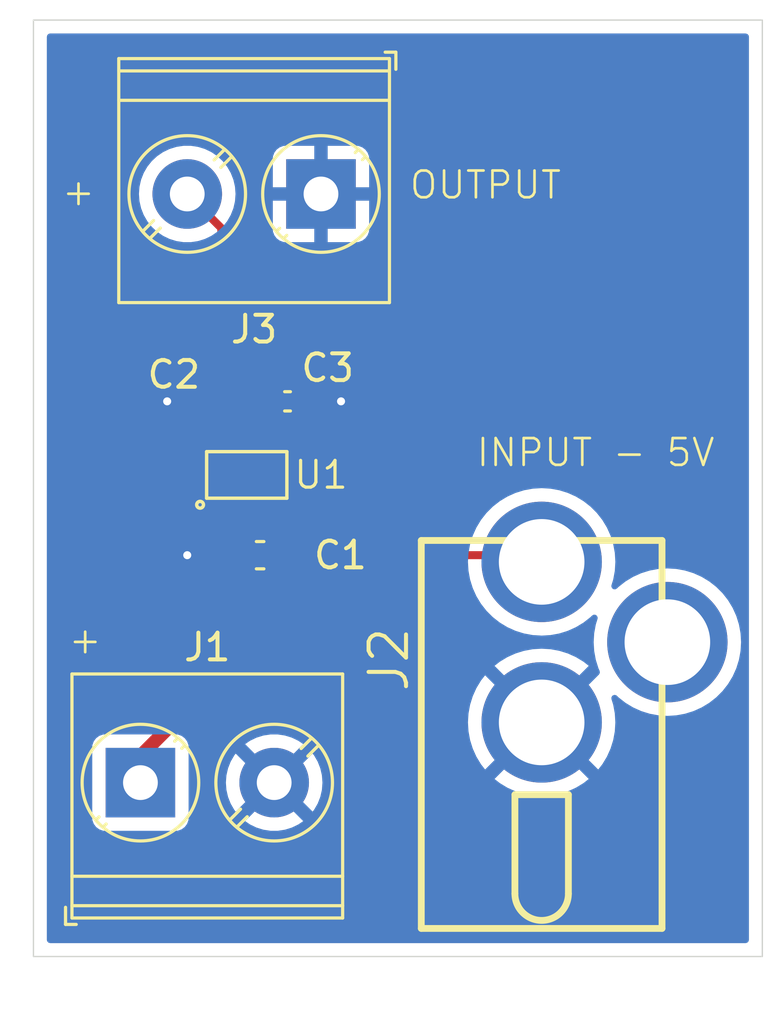
<source format=kicad_pcb>
(kicad_pcb (version 20240108) (generator "pcbnew") (generator_version "8.0")
  (layers (0 "F.Cu" signal) (31 "B.Cu" power) (34 "B.Paste" user) (35 "F.Paste" user) (36 "B.SilkS" user "B.Silkscreen") (37 "F.SilkS" user "F.Silkscreen") (38 "B.Mask" user) (39 "F.Mask" user) (44 "Edge.Cuts" user))
  (net 0 "")
  (net 1 "GND")
  (net 2 "+5V")
  (net 3 "+3.3V")
  (net 4 "Net-(U1-BYP)")
  (footprint "TerminalBlock_Phoenix:TerminalBlock_Phoenix_PT-1,5-2-5.0-H_1x02_P5.00mm_Horizontal" (layer "F.Cu") (at 104 46.25 180)
    (property "Reference" "J3" (at 2.5 -5.06 360) (layer "F.SilkS"))
    (property "Value" "Conn_01x02")
    (fp_line (start 7.56 -4.06) (end 7.56 5.06) (stroke (width 0.12)) (layer "F.SilkS"))
    (fp_line (start 6.654 -1.388) (end 6.259 -0.992) (stroke (width 0.12)) (layer "F.SilkS"))
    (fp_line (start 6.388 -1.654) (end 6.008 -1.274) (stroke (width 0.12)) (layer "F.SilkS"))
    (fp_line (start 3.993 1.274) (end 3.613 1.654) (stroke (width 0.12)) (layer "F.SilkS"))
    (fp_line (start 3.742 0.992) (end 3.347 1.388) (stroke (width 0.12)) (layer "F.SilkS"))
    (fp_line (start 1.654 -1.388) (end 1.547 -1.281) (stroke (width 0.12)) (layer "F.SilkS"))
    (fp_line (start 1.388 -1.654) (end 1.281 -1.547) (stroke (width 0.12)) (layer "F.SilkS"))
    (fp_line (start -1.282 1.547) (end -1.388 1.654) (stroke (width 0.12)) (layer "F.SilkS"))
    (fp_line (start -1.548 1.281) (end -1.654 1.388) (stroke (width 0.12)) (layer "F.SilkS"))
    (fp_line (start -2.56 5.06) (end 7.56 5.06) (stroke (width 0.12)) (layer "F.SilkS"))
    (fp_line (start -2.56 4.6) (end 7.56 4.6) (stroke (width 0.12)) (layer "F.SilkS"))
    (fp_line (start -2.56 3.5) (end 7.56 3.5) (stroke (width 0.12)) (layer "F.SilkS"))
    (fp_line (start -2.56 -4.06) (end 7.56 -4.06) (stroke (width 0.12)) (layer "F.SilkS"))
    (fp_line (start -2.56 -4.06) (end -2.56 5.06) (stroke (width 0.12)) (layer "F.SilkS"))
    (fp_line (start -2.8 5.3) (end -2.4 5.3) (stroke (width 0.12)) (layer "F.SilkS"))
    (fp_line (start -2.8 4.66) (end -2.8 5.3) (stroke (width 0.12)) (layer "F.SilkS"))
    (fp_circle (center 5 0) (end 7.18 0) (stroke (width 0.12)) (fill none) (layer "F.SilkS"))
    (fp_circle (center 0 0) (end 2.18 0) (stroke (width 0.12)) (fill none) (layer "F.SilkS"))
    (pad "1" thru_hole rect (at 0 0 180) (size 2.6 2.6) (drill 1.3) (layers "*.Cu" "*.Mask") (net 1 "GND"))
    (pad "2" thru_hole circle (at 5 0 180) (size 2.6 2.6) (drill 1.3) (layers "*.Cu" "*.Mask") (net 3 "+3.3V"))
  )
  (footprint "my_connectors:PRT-00119" (layer "F.Cu") (at 112.25 73.7 -90)
    (property "Reference" "J2" (at -10.055 5.711 90) (layer "F.SilkS") (effects (font (size 1.4 1.4))))
    (property "Value" "PRT-00119")
    (fp_line (start -14.5 4.5) (end 0 4.5) (stroke (width 0.254)) (layer "F.SilkS"))
    (fp_line (start 0 4.5) (end 0 -4.5) (stroke (width 0.254)) (layer "F.SilkS"))
    (fp_line (start -5 1) (end -1.3 1) (stroke (width 0.254)) (layer "F.SilkS"))
    (fp_line (start -5 -1) (end -5 1) (stroke (width 0.254)) (layer "F.SilkS"))
    (fp_line (start -5 -1) (end -1.3 -1) (stroke (width 0.254)) (layer "F.SilkS"))
    (fp_line (start -14.5 -4.5) (end -14.5 4.5) (stroke (width 0.254)) (layer "F.SilkS"))
    (fp_line (start 0 -4.5) (end -14.5 -4.5) (stroke (width 0.254)) (layer "F.SilkS"))
    (fp_arc (start -1.3 -1) (mid -0.3 0) (end -1.3 1) (stroke (width 0.254)) (layer "F.SilkS"))
    (pad "1" thru_hole circle (at -13.7 0 270) (size 4.5 4.5) (drill 3.2) (layers "*.Cu" "*.Mask") (net 2 "+5V"))
    (pad "2" thru_hole circle (at -7.7 0 270) (size 4.5 4.5) (drill 3.2) (layers "*.Cu" "*.Mask") (net 1 "GND"))
    (pad "3" thru_hole circle (at -10.7 -4.7 270) (size 4.5 4.5) (drill 3.2) (layers "*.Cu" "*.Mask"))
  )
  (footprint "AP2210K-3.3TRG1:SOT-23-5_RAW" (layer "F.Cu") (at 101.225 56.75)
    (property "Reference" "U1" (at 2.775 0 180) (layer "F.SilkS") (effects (font (thickness 0.12))))
    (property "Value" "AP2210K-3.3TRG1")
    (fp_line (start -1.5 -0.87) (end -1.5 0.87) (stroke (width 0.127)) (layer "F.SilkS"))
    (fp_line (start -1.5 0.87) (end 1.5 0.87) (stroke (width 0.127)) (layer "F.SilkS"))
    (fp_line (start 1.5 -0.87) (end -1.5 -0.87) (stroke (width 0.127)) (layer "F.SilkS"))
    (fp_line (start 1.5 0.87) (end 1.5 -0.87) (stroke (width 0.127)) (layer "F.SilkS"))
    (fp_circle (center -1.745 1.115) (end -1.618 1.115) (stroke (width 0.127)) (fill none) (layer "F.SilkS"))
    (pad "1" smd rect (at -0.95 1.25) (size 0.55 1.3) (layers "F.Cu" "F.Paste" "F.Mask") (net 2 "+5V"))
    (pad "2" smd rect (at 0 1.25) (size 0.55 1.3) (layers "F.Cu" "F.Paste" "F.Mask") (net 1 "GND"))
    (pad "3" smd rect (at 0.95 1.25) (size 0.55 1.3) (layers "F.Cu" "F.Paste" "F.Mask") (net 2 "+5V"))
    (pad "4" smd rect (at 0.95 -1.25) (size 0.55 1.3) (layers "F.Cu" "F.Paste" "F.Mask") (net 4 "Net-(U1-BYP)"))
    (pad "5" smd rect (at -0.95 -1.25) (size 0.55 1.3) (layers "F.Cu" "F.Paste" "F.Mask") (net 3 "+3.3V"))
  )
  (footprint "TerminalBlock_Phoenix:TerminalBlock_Phoenix_PT-1,5-2-5.0-H_1x02_P5.00mm_Horizontal" (layer "F.Cu") (at 97.25 68.25)
    (property "Reference" "J1" (at 2.5 -5.06 0) (layer "F.SilkS"))
    (property "Value" "Conn_01x02")
    (fp_line (start -2.8 4.66) (end -2.8 5.3) (stroke (width 0.12)) (layer "F.SilkS"))
    (fp_line (start -2.8 5.3) (end -2.4 5.3) (stroke (width 0.12)) (layer "F.SilkS"))
    (fp_line (start -2.56 -4.06) (end -2.56 5.06) (stroke (width 0.12)) (layer "F.SilkS"))
    (fp_line (start -2.56 -4.06) (end 7.56 -4.06) (stroke (width 0.12)) (layer "F.SilkS"))
    (fp_line (start -2.56 3.5) (end 7.56 3.5) (stroke (width 0.12)) (layer "F.SilkS"))
    (fp_line (start -2.56 4.6) (end 7.56 4.6) (stroke (width 0.12)) (layer "F.SilkS"))
    (fp_line (start -2.56 5.06) (end 7.56 5.06) (stroke (width 0.12)) (layer "F.SilkS"))
    (fp_line (start -1.548 1.281) (end -1.654 1.388) (stroke (width 0.12)) (layer "F.SilkS"))
    (fp_line (start -1.282 1.547) (end -1.388 1.654) (stroke (width 0.12)) (layer "F.SilkS"))
    (fp_line (start 1.388 -1.654) (end 1.281 -1.547) (stroke (width 0.12)) (layer "F.SilkS"))
    (fp_line (start 1.654 -1.388) (end 1.547 -1.281) (stroke (width 0.12)) (layer "F.SilkS"))
    (fp_line (start 3.742 0.992) (end 3.347 1.388) (stroke (width 0.12)) (layer "F.SilkS"))
    (fp_line (start 3.993 1.274) (end 3.613 1.654) (stroke (width 0.12)) (layer "F.SilkS"))
    (fp_line (start 6.388 -1.654) (end 6.008 -1.274) (stroke (width 0.12)) (layer "F.SilkS"))
    (fp_line (start 6.654 -1.388) (end 6.259 -0.992) (stroke (width 0.12)) (layer "F.SilkS"))
    (fp_line (start 7.56 -4.06) (end 7.56 5.06) (stroke (width 0.12)) (layer "F.SilkS"))
    (fp_circle (center 0 0) (end 2.18 0) (stroke (width 0.12)) (fill none) (layer "F.SilkS"))
    (fp_circle (center 5 0) (end 7.18 0) (stroke (width 0.12)) (fill none) (layer "F.SilkS"))
    (pad "1" thru_hole rect (at 0 0) (size 2.6 2.6) (drill 1.3) (layers "*.Cu" "*.Mask") (net 2 "+5V"))
    (pad "2" thru_hole circle (at 5 0) (size 2.6 2.6) (drill 1.3) (layers "*.Cu" "*.Mask") (net 1 "GND"))
  )
  (footprint "Capacitor_SMD:C_0201_0603Metric" (layer "F.Cu") (at 99.93 54 180)
    (property "Reference" "C2" (at 1.43 1 360) (layer "F.SilkS"))
    (property "Value" "2.2u")
    (pad "1" smd roundrect (at -0.32 0 180) (size 0.46 0.4) (layers "F.Cu" "F.Mask") (net 3 "+3.3V"))
    (pad "2" smd roundrect (at 0.32 0 180) (size 0.46 0.4) (layers "F.Cu" "F.Mask") (net 1 "GND"))
  )
  (footprint "Capacitor_SMD:C_0402_1005Metric" (layer "F.Cu") (at 102.75 54)
    (property "Reference" "C3" (at 1.5 -1.25 360) (layer "F.SilkS"))
    (property "Value" "100p")
    (fp_line (start -0.107836 -0.36) (end 0.107836 -0.36) (stroke (width 0.12)) (layer "F.SilkS"))
    (fp_line (start -0.107836 0.36) (end 0.107836 0.36) (stroke (width 0.12)) (layer "F.SilkS"))
    (pad "1" smd roundrect (at -0.48 0) (size 0.56 0.62) (layers "F.Cu" "F.Paste" "F.Mask") (net 4 "Net-(U1-BYP)"))
    (pad "2" smd roundrect (at 0.48 0) (size 0.56 0.62) (layers "F.Cu" "F.Paste" "F.Mask") (net 1 "GND"))
  )
  (footprint "Capacitor_SMD:C_0603_1608Metric" (layer "F.Cu") (at 101.725 59.75 180)
    (property "Reference" "C1" (at -3 0 360) (layer "F.SilkS"))
    (property "Value" "10u")
    (fp_line (start -0.14058 0.51) (end 0.14058 0.51) (stroke (width 0.12)) (layer "F.SilkS"))
    (fp_line (start -0.14058 -0.51) (end 0.14058 -0.51) (stroke (width 0.12)) (layer "F.SilkS"))
    (pad "1" smd roundrect (at -0.775 0 180) (size 0.9 0.95) (layers "F.Cu" "F.Paste" "F.Mask") (net 2 "+5V"))
    (pad "2" smd roundrect (at 0.775 0 180) (size 0.9 0.95) (layers "F.Cu" "F.Paste" "F.Mask") (net 1 "GND"))
  )
  (gr_rect (start 93.25 39.75) (end 120.5 74.75) (stroke (width 0.05)) (fill none) (layer "Edge.Cuts"))
  (gr_text "+" (at 94.25 46.75 0) (layer "F.SilkS") (effects (font (size 1 1) (thickness 0.1)) (justify left bottom)))
  (gr_text "OUTPUT" (at 107.25 46.5 0) (layer "F.SilkS") (effects (font (size 1 1) (thickness 0.1)) (justify left bottom)))
  (gr_text "+" (at 94.5 63.5 0) (layer "F.SilkS") (effects (font (size 1 1) (thickness 0.1)) (justify left bottom)))
  (gr_text "INPUT - 5V" (at 109.75 56.5 0) (layer "F.SilkS") (effects (font (size 1 1) (thickness 0.1)) (justify left bottom)))
  (segment (start 103.23 54) (end 104.75 54) (width 0.5) (layer "F.Cu") (net 1))
  (segment (start 99.61 54) (end 98.25 54) (width 0.3) (layer "F.Cu") (net 1))
  (segment (start 101.225 59.475) (end 100.95 59.75) (width 0.5) (layer "F.Cu") (net 1))
  (segment (start 101.225 58) (end 101.225 59.475) (width 0.5) (layer "F.Cu") (net 1))
  (segment (start 100.95 59.75) (end 99 59.75) (width 0.5) (layer "F.Cu") (net 1))
  (via (at 98.25 54) (size 0.6) (drill 0.3) (layers "F.Cu" "B.Cu") (net 1))
  (via (at 99 59.75) (size 0.6) (drill 0.3) (layers "F.Cu" "B.Cu") (net 1))
  (via (at 104.75 54) (size 0.6) (drill 0.3) (layers "F.Cu" "B.Cu") (net 1))
  (segment (start 102.5 62) (end 102.5 59.75) (width 0.5) (layer "F.Cu") (net 2))
  (segment (start 100.275 57.225) (end 100.75 56.75) (width 0.3) (layer "F.Cu") (net 2))
  (segment (start 102.5 59.75) (end 112 59.75) (width 0.3) (layer "F.Cu") (net 2))
  (segment (start 100.275 58) (end 100.275 57.225) (width 0.3) (layer "F.Cu") (net 2))
  (segment (start 102.175 58) (end 102.175 59.425) (width 0.3) (layer "F.Cu") (net 2))
  (segment (start 97.25 67.25) (end 102.5 62) (width 0.5) (layer "F.Cu") (net 2))
  (segment (start 102.175 57.425) (end 102.175 58) (width 0.3) (layer "F.Cu") (net 2))
  (segment (start 97.25 68.25) (end 97.25 67.25) (width 0.5) (layer "F.Cu") (net 2))
  (segment (start 112 59.75) (end 112.25 60) (width 0.3) (layer "F.Cu") (net 2))
  (segment (start 102.175 59.425) (end 102.5 59.75) (width 0.3) (layer "F.Cu") (net 2))
  (segment (start 101.5 56.75) (end 102.175 57.425) (width 0.3) (layer "F.Cu") (net 2))
  (segment (start 100.75 56.75) (end 101.5 56.75) (width 0.3) (layer "F.Cu") (net 2))
  (segment (start 100.275 47.525) (end 99 46.25) (width 0.3) (layer "F.Cu") (net 3))
  (segment (start 100.275 55.5) (end 100.275 54.025) (width 0.3) (layer "F.Cu") (net 3))
  (segment (start 100.275 55.5) (end 100.275 47.525) (width 0.3) (layer "F.Cu") (net 3))
  (segment (start 100.275 54.025) (end 100.25 54) (width 0.3) (layer "F.Cu") (net 3))
  (segment (start 102.175 55.5) (end 102.175 54.095) (width 0.3) (layer "F.Cu") (net 4))
  (segment (start 102.175 54.095) (end 102.27 54) (width 0.3) (layer "F.Cu") (net 4))
  (zone (net 1) (net_name "GND") (layer "B.Cu") (connect_pads (clearance 0.5)) (min_thickness 0.25) (fill yes (thermal_gap 0.5) (thermal_bridge_width 0.5))
    (polygon (pts (xy 92 39) (xy 121.25 39) (xy 121.25 75.5) (xy 92.25 75.5)))
  )
)
</source>
